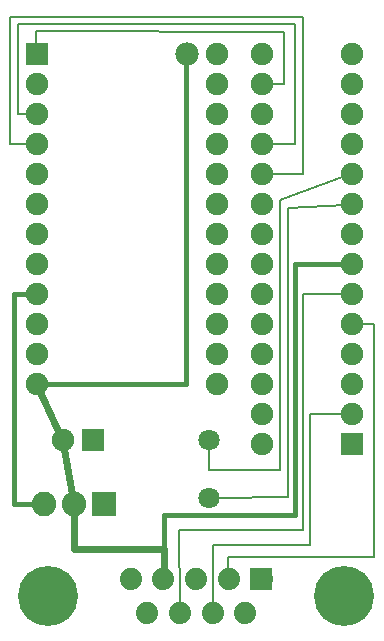
<source format=gbl>
G04 MADE WITH FRITZING*
G04 WWW.FRITZING.ORG*
G04 DOUBLE SIDED*
G04 HOLES PLATED*
G04 CONTOUR ON CENTER OF CONTOUR VECTOR*
%ASAXBY*%
%FSLAX23Y23*%
%MOIN*%
%OFA0B0*%
%SFA1.0B1.0*%
%ADD10C,0.075000*%
%ADD11C,0.074000*%
%ADD12C,0.200000*%
%ADD13C,0.082000*%
%ADD14C,0.070925*%
%ADD15C,0.070866*%
%ADD16C,0.078000*%
%ADD17R,0.075000X0.075000*%
%ADD18R,0.082000X0.082000*%
%ADD19C,0.016000*%
%ADD20C,0.008000*%
%ADD21C,0.024000*%
%ADD22R,0.001000X0.001000*%
%LNCOPPER0*%
G90*
G70*
G54D10*
X290Y648D03*
X190Y648D03*
G54D11*
X853Y186D03*
X743Y186D03*
X634Y186D03*
X525Y186D03*
X416Y186D03*
X798Y74D03*
X689Y74D03*
X580Y74D03*
X471Y74D03*
G54D12*
X1127Y130D03*
X142Y130D03*
G54D10*
X1153Y636D03*
X853Y636D03*
X1153Y736D03*
X853Y736D03*
X1153Y836D03*
X853Y836D03*
X1153Y936D03*
X853Y936D03*
X1153Y1036D03*
X853Y1036D03*
X1153Y1136D03*
X853Y1136D03*
X1153Y1236D03*
X853Y1236D03*
X1153Y1336D03*
X853Y1336D03*
X1153Y1436D03*
X853Y1436D03*
X1153Y1536D03*
X853Y1536D03*
X1153Y1636D03*
X853Y1636D03*
X1153Y1736D03*
X853Y1736D03*
X1153Y1836D03*
X853Y1836D03*
X1153Y1936D03*
X853Y1936D03*
X103Y1936D03*
X703Y1936D03*
X103Y1836D03*
X703Y1836D03*
X103Y1736D03*
X703Y1736D03*
X103Y1636D03*
X703Y1636D03*
X103Y1536D03*
X703Y1536D03*
X103Y1436D03*
X703Y1436D03*
X103Y1336D03*
X703Y1336D03*
X103Y1236D03*
X703Y1236D03*
X103Y1136D03*
X703Y1136D03*
X103Y1036D03*
X703Y1036D03*
X103Y936D03*
X703Y936D03*
X103Y836D03*
X703Y836D03*
G54D13*
X328Y436D03*
X228Y436D03*
X128Y436D03*
G54D14*
X678Y455D03*
G54D15*
X678Y648D03*
G54D16*
X603Y1936D03*
G54D17*
X290Y648D03*
X1153Y636D03*
X103Y1936D03*
G54D18*
X328Y436D03*
G54D19*
X964Y398D02*
X964Y1236D01*
D02*
X527Y398D02*
X964Y398D01*
D02*
X964Y1236D02*
X1129Y1236D01*
D02*
X526Y211D02*
X527Y398D01*
G54D20*
D02*
X39Y2036D02*
X39Y1737D01*
D02*
X39Y1737D02*
X79Y1736D01*
D02*
X964Y2036D02*
X39Y2036D01*
D02*
X15Y1635D02*
X79Y1636D01*
D02*
X15Y2060D02*
X15Y1635D01*
D02*
X990Y2060D02*
X15Y2060D01*
D02*
X102Y2012D02*
X102Y1959D01*
D02*
X928Y2010D02*
X102Y2012D01*
D02*
X990Y1537D02*
X990Y2060D01*
D02*
X876Y1536D02*
X990Y1537D01*
D02*
X964Y1635D02*
X964Y2036D01*
D02*
X876Y1636D02*
X964Y1635D01*
D02*
X928Y1835D02*
X928Y2010D01*
D02*
X876Y1836D02*
X928Y1835D01*
G54D19*
D02*
X601Y835D02*
X126Y836D01*
D02*
X602Y1911D02*
X601Y835D01*
D02*
X28Y1136D02*
X28Y437D01*
D02*
X28Y437D02*
X101Y436D01*
D02*
X79Y1136D02*
X28Y1136D01*
G54D21*
D02*
X195Y620D02*
X222Y468D01*
D02*
X115Y810D02*
X178Y674D01*
D02*
X527Y286D02*
X526Y217D01*
D02*
X227Y286D02*
X527Y286D01*
D02*
X227Y404D02*
X227Y286D01*
G54D20*
D02*
X678Y549D02*
X914Y549D01*
D02*
X914Y549D02*
X914Y1449D01*
D02*
X914Y1449D02*
X1131Y1528D01*
D02*
X678Y627D02*
X678Y549D01*
D02*
X940Y460D02*
X940Y1423D01*
D02*
X940Y1423D02*
X1130Y1434D01*
D02*
X699Y456D02*
X940Y460D01*
D02*
X1227Y260D02*
X1227Y1036D01*
D02*
X1227Y1036D02*
X1176Y1036D01*
D02*
X740Y260D02*
X1227Y260D01*
D02*
X742Y211D02*
X740Y260D01*
D02*
X990Y348D02*
X990Y1136D01*
D02*
X990Y1136D02*
X1129Y1136D01*
D02*
X577Y348D02*
X990Y348D01*
D02*
X580Y100D02*
X577Y348D01*
D02*
X1014Y735D02*
X1129Y736D01*
D02*
X1014Y298D02*
X1014Y735D01*
D02*
X689Y100D02*
X690Y298D01*
D02*
X690Y298D02*
X1014Y298D01*
G54D22*
X815Y223D02*
X888Y223D01*
X815Y222D02*
X888Y222D01*
X815Y221D02*
X888Y221D01*
X815Y220D02*
X888Y220D01*
X815Y219D02*
X888Y219D01*
X815Y218D02*
X888Y218D01*
X815Y217D02*
X888Y217D01*
X815Y216D02*
X888Y216D01*
X815Y215D02*
X888Y215D01*
X815Y214D02*
X888Y214D01*
X815Y213D02*
X888Y213D01*
X815Y212D02*
X888Y212D01*
X815Y211D02*
X888Y211D01*
X815Y210D02*
X888Y210D01*
X815Y209D02*
X888Y209D01*
X815Y208D02*
X888Y208D01*
X815Y207D02*
X888Y207D01*
X815Y206D02*
X847Y206D01*
X856Y206D02*
X888Y206D01*
X815Y205D02*
X844Y205D01*
X859Y205D02*
X888Y205D01*
X815Y204D02*
X842Y204D01*
X861Y204D02*
X888Y204D01*
X815Y203D02*
X840Y203D01*
X863Y203D02*
X888Y203D01*
X815Y202D02*
X839Y202D01*
X864Y202D02*
X888Y202D01*
X815Y201D02*
X837Y201D01*
X866Y201D02*
X888Y201D01*
X815Y200D02*
X836Y200D01*
X867Y200D02*
X888Y200D01*
X815Y199D02*
X836Y199D01*
X867Y199D02*
X888Y199D01*
X815Y198D02*
X835Y198D01*
X868Y198D02*
X888Y198D01*
X815Y197D02*
X834Y197D01*
X869Y197D02*
X888Y197D01*
X815Y196D02*
X834Y196D01*
X869Y196D02*
X888Y196D01*
X815Y195D02*
X833Y195D01*
X870Y195D02*
X888Y195D01*
X815Y194D02*
X833Y194D01*
X870Y194D02*
X888Y194D01*
X815Y193D02*
X832Y193D01*
X871Y193D02*
X888Y193D01*
X815Y192D02*
X832Y192D01*
X871Y192D02*
X888Y192D01*
X815Y191D02*
X832Y191D01*
X871Y191D02*
X888Y191D01*
X815Y190D02*
X831Y190D01*
X872Y190D02*
X888Y190D01*
X815Y189D02*
X831Y189D01*
X872Y189D02*
X888Y189D01*
X815Y188D02*
X831Y188D01*
X872Y188D02*
X888Y188D01*
X815Y187D02*
X831Y187D01*
X872Y187D02*
X888Y187D01*
X815Y186D02*
X831Y186D01*
X872Y186D02*
X888Y186D01*
X815Y185D02*
X831Y185D01*
X872Y185D02*
X888Y185D01*
X815Y184D02*
X831Y184D01*
X872Y184D02*
X888Y184D01*
X815Y183D02*
X831Y183D01*
X872Y183D02*
X888Y183D01*
X815Y182D02*
X832Y182D01*
X871Y182D02*
X888Y182D01*
X815Y181D02*
X832Y181D01*
X871Y181D02*
X888Y181D01*
X815Y180D02*
X832Y180D01*
X871Y180D02*
X888Y180D01*
X815Y179D02*
X832Y179D01*
X871Y179D02*
X888Y179D01*
X815Y178D02*
X833Y178D01*
X870Y178D02*
X888Y178D01*
X815Y177D02*
X833Y177D01*
X870Y177D02*
X888Y177D01*
X815Y176D02*
X834Y176D01*
X869Y176D02*
X888Y176D01*
X815Y175D02*
X835Y175D01*
X868Y175D02*
X888Y175D01*
X815Y174D02*
X835Y174D01*
X868Y174D02*
X888Y174D01*
X815Y173D02*
X836Y173D01*
X867Y173D02*
X888Y173D01*
X815Y172D02*
X837Y172D01*
X866Y172D02*
X888Y172D01*
X815Y171D02*
X838Y171D01*
X865Y171D02*
X888Y171D01*
X815Y170D02*
X840Y170D01*
X863Y170D02*
X888Y170D01*
X815Y169D02*
X841Y169D01*
X862Y169D02*
X888Y169D01*
X815Y168D02*
X843Y168D01*
X860Y168D02*
X888Y168D01*
X815Y167D02*
X846Y167D01*
X857Y167D02*
X888Y167D01*
X815Y166D02*
X888Y166D01*
X815Y165D02*
X888Y165D01*
X815Y164D02*
X888Y164D01*
X815Y163D02*
X888Y163D01*
X815Y162D02*
X888Y162D01*
X815Y161D02*
X888Y161D01*
X815Y160D02*
X888Y160D01*
X815Y159D02*
X888Y159D01*
X815Y158D02*
X888Y158D01*
X815Y157D02*
X888Y157D01*
X815Y156D02*
X888Y156D01*
X815Y155D02*
X888Y155D01*
X815Y154D02*
X888Y154D01*
X815Y153D02*
X888Y153D01*
X815Y152D02*
X888Y152D01*
X815Y151D02*
X888Y151D01*
X815Y150D02*
X888Y150D01*
D02*
G04 End of Copper0*
M02*
</source>
